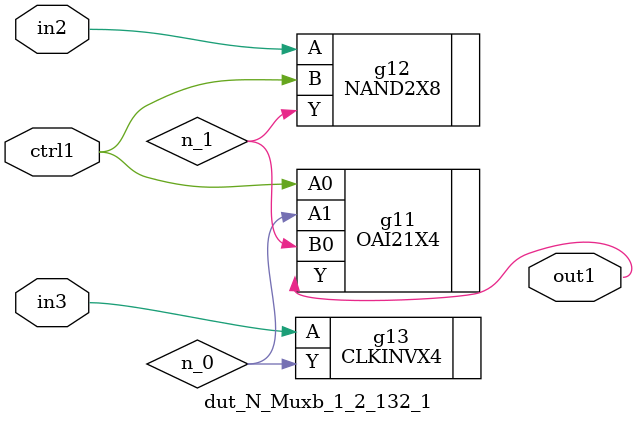
<source format=v>
`timescale 1ps / 1ps


module dut_N_Muxb_1_2_132_1(in3, in2, ctrl1, out1);
  input in3, in2, ctrl1;
  output out1;
  wire in3, in2, ctrl1;
  wire out1;
  wire n_0, n_1;
  OAI21X4 g11(.A0 (ctrl1), .A1 (n_0), .B0 (n_1), .Y (out1));
  NAND2X8 g12(.A (in2), .B (ctrl1), .Y (n_1));
  CLKINVX4 g13(.A (in3), .Y (n_0));
endmodule



</source>
